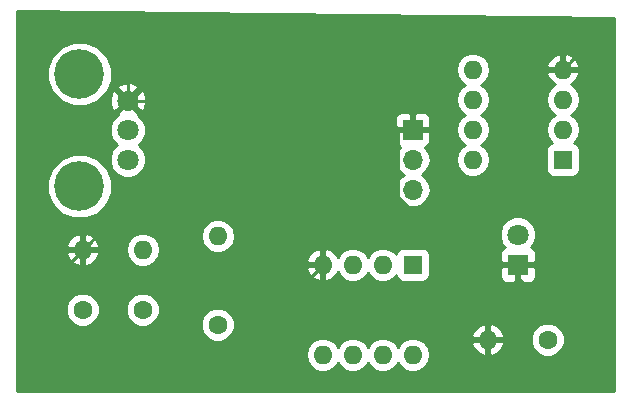
<source format=gbr>
G04 #@! TF.GenerationSoftware,KiCad,Pcbnew,(5.0.0-3-g5ebb6b6)*
G04 #@! TF.CreationDate,2018-09-05T20:54:59-07:00*
G04 #@! TF.ProjectId,Light Sensor with TH,4C696768742053656E736F7220776974,rev?*
G04 #@! TF.SameCoordinates,Original*
G04 #@! TF.FileFunction,Copper,L2,Bot,Signal*
G04 #@! TF.FilePolarity,Positive*
%FSLAX46Y46*%
G04 Gerber Fmt 4.6, Leading zero omitted, Abs format (unit mm)*
G04 Created by KiCad (PCBNEW (5.0.0-3-g5ebb6b6)) date Wednesday, September 05, 2018 at 08:54:59 PM*
%MOMM*%
%LPD*%
G01*
G04 APERTURE LIST*
G04 #@! TA.AperFunction,ComponentPad*
%ADD10C,1.600000*%
G04 #@! TD*
G04 #@! TA.AperFunction,ComponentPad*
%ADD11O,1.600000X1.600000*%
G04 #@! TD*
G04 #@! TA.AperFunction,ComponentPad*
%ADD12R,1.700000X1.700000*%
G04 #@! TD*
G04 #@! TA.AperFunction,ComponentPad*
%ADD13O,1.700000X1.700000*%
G04 #@! TD*
G04 #@! TA.AperFunction,ComponentPad*
%ADD14R,1.800000X1.800000*%
G04 #@! TD*
G04 #@! TA.AperFunction,ComponentPad*
%ADD15C,1.800000*%
G04 #@! TD*
G04 #@! TA.AperFunction,ComponentPad*
%ADD16R,1.600000X1.600000*%
G04 #@! TD*
G04 #@! TA.AperFunction,ComponentPad*
%ADD17C,4.200000*%
G04 #@! TD*
G04 #@! TA.AperFunction,ViaPad*
%ADD18C,0.800000*%
G04 #@! TD*
G04 #@! TA.AperFunction,Conductor*
%ADD19C,0.250000*%
G04 #@! TD*
G04 #@! TA.AperFunction,Conductor*
%ADD20C,0.254000*%
G04 #@! TD*
G04 APERTURE END LIST*
D10*
G04 #@! TO.P,C1,1*
G04 #@! TO.N,Net-(C1-Pad1)*
X143510000Y-101600000D03*
D11*
G04 #@! TO.P,C1,2*
G04 #@! TO.N,Net-(C1-Pad2)*
X143510000Y-94100000D03*
G04 #@! TD*
D12*
G04 #@! TO.P,J1,1*
G04 #@! TO.N,GND*
X160020000Y-85090000D03*
D13*
G04 #@! TO.P,J1,2*
G04 #@! TO.N,Net-(J1-Pad2)*
X160020000Y-87630000D03*
G04 #@! TO.P,J1,3*
G04 #@! TO.N,+3V3*
X160020000Y-90170000D03*
G04 #@! TD*
D14*
G04 #@! TO.P,D1,1*
G04 #@! TO.N,GND*
X168910000Y-96520000D03*
D15*
G04 #@! TO.P,D1,2*
G04 #@! TO.N,Net-(D1-Pad2)*
X168910000Y-93980000D03*
G04 #@! TD*
D11*
G04 #@! TO.P,U2,8*
G04 #@! TO.N,+3V3*
X165100000Y-87630000D03*
G04 #@! TO.P,U2,4*
G04 #@! TO.N,GND*
X172720000Y-80010000D03*
G04 #@! TO.P,U2,7*
G04 #@! TO.N,N/C*
X165100000Y-85090000D03*
G04 #@! TO.P,U2,3*
X172720000Y-82550000D03*
G04 #@! TO.P,U2,6*
X165100000Y-82550000D03*
G04 #@! TO.P,U2,2*
X172720000Y-85090000D03*
G04 #@! TO.P,U2,5*
X165100000Y-80010000D03*
D16*
G04 #@! TO.P,U2,1*
X172720000Y-87630000D03*
G04 #@! TD*
G04 #@! TO.P,U1,1*
G04 #@! TO.N,Net-(C1-Pad1)*
X160020000Y-96520000D03*
D11*
G04 #@! TO.P,U1,5*
X152400000Y-104140000D03*
G04 #@! TO.P,U1,2*
G04 #@! TO.N,Net-(C1-Pad2)*
X157480000Y-96520000D03*
G04 #@! TO.P,U1,6*
G04 #@! TO.N,Net-(RV1-Pad2)*
X154940000Y-104140000D03*
G04 #@! TO.P,U1,3*
G04 #@! TO.N,Net-(D1-Pad2)*
X154940000Y-96520000D03*
G04 #@! TO.P,U1,7*
G04 #@! TO.N,Net-(U1-Pad7)*
X157480000Y-104140000D03*
G04 #@! TO.P,U1,4*
G04 #@! TO.N,GND*
X152400000Y-96520000D03*
G04 #@! TO.P,U1,8*
G04 #@! TO.N,+3V3*
X160020000Y-104140000D03*
G04 #@! TD*
D15*
G04 #@! TO.P,RV1,3*
G04 #@! TO.N,GND*
X135890000Y-82630000D03*
G04 #@! TO.P,RV1,2*
G04 #@! TO.N,Net-(RV1-Pad2)*
X135890000Y-85130000D03*
G04 #@! TO.P,RV1,1*
G04 #@! TO.N,+3V3*
X135890000Y-87630000D03*
D17*
G04 #@! TO.P,RV1,*
G04 #@! TO.N,*
X131790000Y-80380000D03*
X131790000Y-89880000D03*
G04 #@! TD*
D10*
G04 #@! TO.P,R3,1*
G04 #@! TO.N,Net-(C1-Pad1)*
X137160000Y-100330000D03*
D11*
G04 #@! TO.P,R3,2*
G04 #@! TO.N,Net-(C1-Pad2)*
X137160000Y-95250000D03*
G04 #@! TD*
G04 #@! TO.P,R2,2*
G04 #@! TO.N,GND*
X166370000Y-102870000D03*
D10*
G04 #@! TO.P,R2,1*
G04 #@! TO.N,Net-(D1-Pad2)*
X171450000Y-102870000D03*
G04 #@! TD*
G04 #@! TO.P,R1,1*
G04 #@! TO.N,Net-(C1-Pad2)*
X132080000Y-100330000D03*
D11*
G04 #@! TO.P,R1,2*
G04 #@! TO.N,GND*
X132080000Y-95250000D03*
G04 #@! TD*
D18*
G04 #@! TO.N,GND*
X175260000Y-77470000D03*
X175260000Y-106680000D03*
X128270000Y-106680000D03*
X128270000Y-77470000D03*
G04 #@! TD*
D19*
G04 #@! TO.N,GND*
X135890000Y-82630000D02*
X135890000Y-77470000D01*
X135890000Y-77470000D02*
X133985000Y-75565000D01*
X130175000Y-75565000D02*
X128270000Y-77470000D01*
X133985000Y-75565000D02*
X130175000Y-75565000D01*
X128270000Y-99060000D02*
X128270000Y-106680000D01*
X132080000Y-95250000D02*
X128270000Y-99060000D01*
X173519999Y-79210001D02*
X175260000Y-77470000D01*
X172720000Y-80010000D02*
X173519999Y-79210001D01*
X160020000Y-85090000D02*
X160020000Y-79375000D01*
X161925000Y-77470000D02*
X175260000Y-77470000D01*
X160020000Y-79375000D02*
X161925000Y-77470000D01*
X175260000Y-106114315D02*
X175260000Y-106680000D01*
X175260000Y-104020000D02*
X175260000Y-106114315D01*
X168910000Y-97670000D02*
X175260000Y-104020000D01*
X168910000Y-96520000D02*
X168910000Y-97670000D01*
X174694315Y-106680000D02*
X175260000Y-106680000D01*
X169048630Y-106680000D02*
X174694315Y-106680000D01*
X166370000Y-104001370D02*
X169048630Y-106680000D01*
X166370000Y-102870000D02*
X166370000Y-104001370D01*
X128835685Y-106680000D02*
X128270000Y-106680000D01*
X142240000Y-106680000D02*
X128835685Y-106680000D01*
X152400000Y-96520000D02*
X142240000Y-106680000D01*
X135890000Y-82630000D02*
X137875000Y-82630000D01*
X137875000Y-89455000D02*
X132080000Y-95250000D01*
X137875000Y-82630000D02*
X137875000Y-89455000D01*
X152400000Y-91610000D02*
X158920000Y-85090000D01*
X152400000Y-96520000D02*
X152400000Y-91610000D01*
X164551078Y-96520000D02*
X167760000Y-96520000D01*
X158790999Y-90759921D02*
X164551078Y-96520000D01*
X158790999Y-85219001D02*
X158790999Y-90759921D01*
X158920000Y-85090000D02*
X158790999Y-85219001D01*
X167760000Y-96520000D02*
X168910000Y-96520000D01*
X160020000Y-85090000D02*
X158920000Y-85090000D01*
G04 #@! TD*
D20*
G04 #@! TO.N,GND*
G36*
X177065001Y-75656091D02*
X177065000Y-107215000D01*
X126465000Y-107215000D01*
X126465000Y-104140000D01*
X150936887Y-104140000D01*
X151048260Y-104699909D01*
X151365423Y-105174577D01*
X151840091Y-105491740D01*
X152258667Y-105575000D01*
X152541333Y-105575000D01*
X152959909Y-105491740D01*
X153434577Y-105174577D01*
X153670000Y-104822242D01*
X153905423Y-105174577D01*
X154380091Y-105491740D01*
X154798667Y-105575000D01*
X155081333Y-105575000D01*
X155499909Y-105491740D01*
X155974577Y-105174577D01*
X156210000Y-104822242D01*
X156445423Y-105174577D01*
X156920091Y-105491740D01*
X157338667Y-105575000D01*
X157621333Y-105575000D01*
X158039909Y-105491740D01*
X158514577Y-105174577D01*
X158750000Y-104822242D01*
X158985423Y-105174577D01*
X159460091Y-105491740D01*
X159878667Y-105575000D01*
X160161333Y-105575000D01*
X160579909Y-105491740D01*
X161054577Y-105174577D01*
X161371740Y-104699909D01*
X161483113Y-104140000D01*
X161371740Y-103580091D01*
X161130493Y-103219039D01*
X164978096Y-103219039D01*
X165138959Y-103607423D01*
X165514866Y-104022389D01*
X166020959Y-104261914D01*
X166243000Y-104140629D01*
X166243000Y-102997000D01*
X166497000Y-102997000D01*
X166497000Y-104140629D01*
X166719041Y-104261914D01*
X167225134Y-104022389D01*
X167601041Y-103607423D01*
X167761904Y-103219039D01*
X167639915Y-102997000D01*
X166497000Y-102997000D01*
X166243000Y-102997000D01*
X165100085Y-102997000D01*
X164978096Y-103219039D01*
X161130493Y-103219039D01*
X161054577Y-103105423D01*
X160579909Y-102788260D01*
X160161333Y-102705000D01*
X159878667Y-102705000D01*
X159460091Y-102788260D01*
X158985423Y-103105423D01*
X158750000Y-103457758D01*
X158514577Y-103105423D01*
X158039909Y-102788260D01*
X157621333Y-102705000D01*
X157338667Y-102705000D01*
X156920091Y-102788260D01*
X156445423Y-103105423D01*
X156210000Y-103457758D01*
X155974577Y-103105423D01*
X155499909Y-102788260D01*
X155081333Y-102705000D01*
X154798667Y-102705000D01*
X154380091Y-102788260D01*
X153905423Y-103105423D01*
X153670000Y-103457758D01*
X153434577Y-103105423D01*
X152959909Y-102788260D01*
X152541333Y-102705000D01*
X152258667Y-102705000D01*
X151840091Y-102788260D01*
X151365423Y-103105423D01*
X151048260Y-103580091D01*
X150936887Y-104140000D01*
X126465000Y-104140000D01*
X126465000Y-100044561D01*
X130645000Y-100044561D01*
X130645000Y-100615439D01*
X130863466Y-101142862D01*
X131267138Y-101546534D01*
X131794561Y-101765000D01*
X132365439Y-101765000D01*
X132892862Y-101546534D01*
X133296534Y-101142862D01*
X133515000Y-100615439D01*
X133515000Y-100044561D01*
X135725000Y-100044561D01*
X135725000Y-100615439D01*
X135943466Y-101142862D01*
X136347138Y-101546534D01*
X136874561Y-101765000D01*
X137445439Y-101765000D01*
X137972862Y-101546534D01*
X138204835Y-101314561D01*
X142075000Y-101314561D01*
X142075000Y-101885439D01*
X142293466Y-102412862D01*
X142697138Y-102816534D01*
X143224561Y-103035000D01*
X143795439Y-103035000D01*
X144322862Y-102816534D01*
X144618435Y-102520961D01*
X164978096Y-102520961D01*
X165100085Y-102743000D01*
X166243000Y-102743000D01*
X166243000Y-101599371D01*
X166497000Y-101599371D01*
X166497000Y-102743000D01*
X167639915Y-102743000D01*
X167726961Y-102584561D01*
X170015000Y-102584561D01*
X170015000Y-103155439D01*
X170233466Y-103682862D01*
X170637138Y-104086534D01*
X171164561Y-104305000D01*
X171735439Y-104305000D01*
X172262862Y-104086534D01*
X172666534Y-103682862D01*
X172885000Y-103155439D01*
X172885000Y-102584561D01*
X172666534Y-102057138D01*
X172262862Y-101653466D01*
X171735439Y-101435000D01*
X171164561Y-101435000D01*
X170637138Y-101653466D01*
X170233466Y-102057138D01*
X170015000Y-102584561D01*
X167726961Y-102584561D01*
X167761904Y-102520961D01*
X167601041Y-102132577D01*
X167225134Y-101717611D01*
X166719041Y-101478086D01*
X166497000Y-101599371D01*
X166243000Y-101599371D01*
X166020959Y-101478086D01*
X165514866Y-101717611D01*
X165138959Y-102132577D01*
X164978096Y-102520961D01*
X144618435Y-102520961D01*
X144726534Y-102412862D01*
X144945000Y-101885439D01*
X144945000Y-101314561D01*
X144726534Y-100787138D01*
X144322862Y-100383466D01*
X143795439Y-100165000D01*
X143224561Y-100165000D01*
X142697138Y-100383466D01*
X142293466Y-100787138D01*
X142075000Y-101314561D01*
X138204835Y-101314561D01*
X138376534Y-101142862D01*
X138595000Y-100615439D01*
X138595000Y-100044561D01*
X138376534Y-99517138D01*
X137972862Y-99113466D01*
X137445439Y-98895000D01*
X136874561Y-98895000D01*
X136347138Y-99113466D01*
X135943466Y-99517138D01*
X135725000Y-100044561D01*
X133515000Y-100044561D01*
X133296534Y-99517138D01*
X132892862Y-99113466D01*
X132365439Y-98895000D01*
X131794561Y-98895000D01*
X131267138Y-99113466D01*
X130863466Y-99517138D01*
X130645000Y-100044561D01*
X126465000Y-100044561D01*
X126465000Y-96869041D01*
X151008086Y-96869041D01*
X151247611Y-97375134D01*
X151662577Y-97751041D01*
X152050961Y-97911904D01*
X152273000Y-97789915D01*
X152273000Y-96647000D01*
X151129371Y-96647000D01*
X151008086Y-96869041D01*
X126465000Y-96869041D01*
X126465000Y-95599041D01*
X130688086Y-95599041D01*
X130927611Y-96105134D01*
X131342577Y-96481041D01*
X131730961Y-96641904D01*
X131953000Y-96519915D01*
X131953000Y-95377000D01*
X132207000Y-95377000D01*
X132207000Y-96519915D01*
X132429039Y-96641904D01*
X132817423Y-96481041D01*
X133232389Y-96105134D01*
X133471914Y-95599041D01*
X133350629Y-95377000D01*
X132207000Y-95377000D01*
X131953000Y-95377000D01*
X130809371Y-95377000D01*
X130688086Y-95599041D01*
X126465000Y-95599041D01*
X126465000Y-95250000D01*
X135696887Y-95250000D01*
X135808260Y-95809909D01*
X136125423Y-96284577D01*
X136600091Y-96601740D01*
X137018667Y-96685000D01*
X137301333Y-96685000D01*
X137719909Y-96601740D01*
X138194577Y-96284577D01*
X138270494Y-96170959D01*
X151008086Y-96170959D01*
X151129371Y-96393000D01*
X152273000Y-96393000D01*
X152273000Y-95250085D01*
X152527000Y-95250085D01*
X152527000Y-96393000D01*
X152547000Y-96393000D01*
X152547000Y-96647000D01*
X152527000Y-96647000D01*
X152527000Y-97789915D01*
X152749039Y-97911904D01*
X153137423Y-97751041D01*
X153552389Y-97375134D01*
X153649053Y-97170892D01*
X153905423Y-97554577D01*
X154380091Y-97871740D01*
X154798667Y-97955000D01*
X155081333Y-97955000D01*
X155499909Y-97871740D01*
X155974577Y-97554577D01*
X156210000Y-97202242D01*
X156445423Y-97554577D01*
X156920091Y-97871740D01*
X157338667Y-97955000D01*
X157621333Y-97955000D01*
X158039909Y-97871740D01*
X158514577Y-97554577D01*
X158595215Y-97433894D01*
X158621843Y-97567765D01*
X158762191Y-97777809D01*
X158972235Y-97918157D01*
X159220000Y-97967440D01*
X160820000Y-97967440D01*
X161067765Y-97918157D01*
X161277809Y-97777809D01*
X161418157Y-97567765D01*
X161467440Y-97320000D01*
X161467440Y-96805750D01*
X167375000Y-96805750D01*
X167375000Y-97546309D01*
X167471673Y-97779698D01*
X167650301Y-97958327D01*
X167883690Y-98055000D01*
X168624250Y-98055000D01*
X168783000Y-97896250D01*
X168783000Y-96647000D01*
X169037000Y-96647000D01*
X169037000Y-97896250D01*
X169195750Y-98055000D01*
X169936310Y-98055000D01*
X170169699Y-97958327D01*
X170348327Y-97779698D01*
X170445000Y-97546309D01*
X170445000Y-96805750D01*
X170286250Y-96647000D01*
X169037000Y-96647000D01*
X168783000Y-96647000D01*
X167533750Y-96647000D01*
X167375000Y-96805750D01*
X161467440Y-96805750D01*
X161467440Y-95720000D01*
X161418157Y-95472235D01*
X161277809Y-95262191D01*
X161067765Y-95121843D01*
X160820000Y-95072560D01*
X159220000Y-95072560D01*
X158972235Y-95121843D01*
X158762191Y-95262191D01*
X158621843Y-95472235D01*
X158595215Y-95606106D01*
X158514577Y-95485423D01*
X158039909Y-95168260D01*
X157621333Y-95085000D01*
X157338667Y-95085000D01*
X156920091Y-95168260D01*
X156445423Y-95485423D01*
X156210000Y-95837758D01*
X155974577Y-95485423D01*
X155499909Y-95168260D01*
X155081333Y-95085000D01*
X154798667Y-95085000D01*
X154380091Y-95168260D01*
X153905423Y-95485423D01*
X153649053Y-95869108D01*
X153552389Y-95664866D01*
X153137423Y-95288959D01*
X152749039Y-95128096D01*
X152527000Y-95250085D01*
X152273000Y-95250085D01*
X152050961Y-95128096D01*
X151662577Y-95288959D01*
X151247611Y-95664866D01*
X151008086Y-96170959D01*
X138270494Y-96170959D01*
X138511740Y-95809909D01*
X138623113Y-95250000D01*
X138511740Y-94690091D01*
X138194577Y-94215423D01*
X138021835Y-94100000D01*
X142046887Y-94100000D01*
X142158260Y-94659909D01*
X142475423Y-95134577D01*
X142950091Y-95451740D01*
X143368667Y-95535000D01*
X143651333Y-95535000D01*
X144069909Y-95451740D01*
X144544577Y-95134577D01*
X144861740Y-94659909D01*
X144973113Y-94100000D01*
X144888510Y-93674670D01*
X167375000Y-93674670D01*
X167375000Y-94285330D01*
X167608690Y-94849507D01*
X167785044Y-95025861D01*
X167650301Y-95081673D01*
X167471673Y-95260302D01*
X167375000Y-95493691D01*
X167375000Y-96234250D01*
X167533750Y-96393000D01*
X168783000Y-96393000D01*
X168783000Y-96373000D01*
X169037000Y-96373000D01*
X169037000Y-96393000D01*
X170286250Y-96393000D01*
X170445000Y-96234250D01*
X170445000Y-95493691D01*
X170348327Y-95260302D01*
X170169699Y-95081673D01*
X170034956Y-95025861D01*
X170211310Y-94849507D01*
X170445000Y-94285330D01*
X170445000Y-93674670D01*
X170211310Y-93110493D01*
X169779507Y-92678690D01*
X169215330Y-92445000D01*
X168604670Y-92445000D01*
X168040493Y-92678690D01*
X167608690Y-93110493D01*
X167375000Y-93674670D01*
X144888510Y-93674670D01*
X144861740Y-93540091D01*
X144544577Y-93065423D01*
X144069909Y-92748260D01*
X143651333Y-92665000D01*
X143368667Y-92665000D01*
X142950091Y-92748260D01*
X142475423Y-93065423D01*
X142158260Y-93540091D01*
X142046887Y-94100000D01*
X138021835Y-94100000D01*
X137719909Y-93898260D01*
X137301333Y-93815000D01*
X137018667Y-93815000D01*
X136600091Y-93898260D01*
X136125423Y-94215423D01*
X135808260Y-94690091D01*
X135696887Y-95250000D01*
X126465000Y-95250000D01*
X126465000Y-94900959D01*
X130688086Y-94900959D01*
X130809371Y-95123000D01*
X131953000Y-95123000D01*
X131953000Y-93980085D01*
X132207000Y-93980085D01*
X132207000Y-95123000D01*
X133350629Y-95123000D01*
X133471914Y-94900959D01*
X133232389Y-94394866D01*
X132817423Y-94018959D01*
X132429039Y-93858096D01*
X132207000Y-93980085D01*
X131953000Y-93980085D01*
X131730961Y-93858096D01*
X131342577Y-94018959D01*
X130927611Y-94394866D01*
X130688086Y-94900959D01*
X126465000Y-94900959D01*
X126465000Y-89335975D01*
X129055000Y-89335975D01*
X129055000Y-90424025D01*
X129471379Y-91429253D01*
X130240747Y-92198621D01*
X131245975Y-92615000D01*
X132334025Y-92615000D01*
X133339253Y-92198621D01*
X134108621Y-91429253D01*
X134525000Y-90424025D01*
X134525000Y-89335975D01*
X134108621Y-88330747D01*
X133339253Y-87561379D01*
X132334025Y-87145000D01*
X131245975Y-87145000D01*
X130240747Y-87561379D01*
X129471379Y-88330747D01*
X129055000Y-89335975D01*
X126465000Y-89335975D01*
X126465000Y-84824670D01*
X134355000Y-84824670D01*
X134355000Y-85435330D01*
X134588690Y-85999507D01*
X134969183Y-86380000D01*
X134588690Y-86760493D01*
X134355000Y-87324670D01*
X134355000Y-87935330D01*
X134588690Y-88499507D01*
X135020493Y-88931310D01*
X135584670Y-89165000D01*
X136195330Y-89165000D01*
X136759507Y-88931310D01*
X137191310Y-88499507D01*
X137425000Y-87935330D01*
X137425000Y-87630000D01*
X158505908Y-87630000D01*
X158621161Y-88209418D01*
X158949375Y-88700625D01*
X159247761Y-88900000D01*
X158949375Y-89099375D01*
X158621161Y-89590582D01*
X158505908Y-90170000D01*
X158621161Y-90749418D01*
X158949375Y-91240625D01*
X159440582Y-91568839D01*
X159873744Y-91655000D01*
X160166256Y-91655000D01*
X160599418Y-91568839D01*
X161090625Y-91240625D01*
X161418839Y-90749418D01*
X161534092Y-90170000D01*
X161418839Y-89590582D01*
X161090625Y-89099375D01*
X160792239Y-88900000D01*
X161090625Y-88700625D01*
X161418839Y-88209418D01*
X161534092Y-87630000D01*
X161418839Y-87050582D01*
X161090625Y-86559375D01*
X161068967Y-86544904D01*
X161229698Y-86478327D01*
X161408327Y-86299699D01*
X161505000Y-86066310D01*
X161505000Y-85375750D01*
X161346250Y-85217000D01*
X160147000Y-85217000D01*
X160147000Y-85237000D01*
X159893000Y-85237000D01*
X159893000Y-85217000D01*
X158693750Y-85217000D01*
X158535000Y-85375750D01*
X158535000Y-86066310D01*
X158631673Y-86299699D01*
X158810302Y-86478327D01*
X158971033Y-86544904D01*
X158949375Y-86559375D01*
X158621161Y-87050582D01*
X158505908Y-87630000D01*
X137425000Y-87630000D01*
X137425000Y-87324670D01*
X137191310Y-86760493D01*
X136810817Y-86380000D01*
X137191310Y-85999507D01*
X137425000Y-85435330D01*
X137425000Y-84824670D01*
X137191310Y-84260493D01*
X137044507Y-84113690D01*
X158535000Y-84113690D01*
X158535000Y-84804250D01*
X158693750Y-84963000D01*
X159893000Y-84963000D01*
X159893000Y-83763750D01*
X160147000Y-83763750D01*
X160147000Y-84963000D01*
X161346250Y-84963000D01*
X161505000Y-84804250D01*
X161505000Y-84113690D01*
X161408327Y-83880301D01*
X161229698Y-83701673D01*
X160996309Y-83605000D01*
X160305750Y-83605000D01*
X160147000Y-83763750D01*
X159893000Y-83763750D01*
X159734250Y-83605000D01*
X159043691Y-83605000D01*
X158810302Y-83701673D01*
X158631673Y-83880301D01*
X158535000Y-84113690D01*
X137044507Y-84113690D01*
X136759507Y-83828690D01*
X136751710Y-83825461D01*
X136790554Y-83710159D01*
X135890000Y-82809605D01*
X134989446Y-83710159D01*
X135028290Y-83825461D01*
X135020493Y-83828690D01*
X134588690Y-84260493D01*
X134355000Y-84824670D01*
X126465000Y-84824670D01*
X126465000Y-79835975D01*
X129055000Y-79835975D01*
X129055000Y-80924025D01*
X129471379Y-81929253D01*
X130240747Y-82698621D01*
X131245975Y-83115000D01*
X132334025Y-83115000D01*
X133339253Y-82698621D01*
X133648538Y-82389336D01*
X134343542Y-82389336D01*
X134369161Y-82999460D01*
X134553357Y-83444148D01*
X134809841Y-83530554D01*
X135710395Y-82630000D01*
X136069605Y-82630000D01*
X136970159Y-83530554D01*
X137226643Y-83444148D01*
X137436458Y-82870664D01*
X137410839Y-82260540D01*
X137226643Y-81815852D01*
X136970159Y-81729446D01*
X136069605Y-82630000D01*
X135710395Y-82630000D01*
X134809841Y-81729446D01*
X134553357Y-81815852D01*
X134343542Y-82389336D01*
X133648538Y-82389336D01*
X134108621Y-81929253D01*
X134265778Y-81549841D01*
X134989446Y-81549841D01*
X135890000Y-82450395D01*
X136790554Y-81549841D01*
X136704148Y-81293357D01*
X136130664Y-81083542D01*
X135520540Y-81109161D01*
X135075852Y-81293357D01*
X134989446Y-81549841D01*
X134265778Y-81549841D01*
X134525000Y-80924025D01*
X134525000Y-80010000D01*
X163636887Y-80010000D01*
X163748260Y-80569909D01*
X164065423Y-81044577D01*
X164417758Y-81280000D01*
X164065423Y-81515423D01*
X163748260Y-81990091D01*
X163636887Y-82550000D01*
X163748260Y-83109909D01*
X164065423Y-83584577D01*
X164417758Y-83820000D01*
X164065423Y-84055423D01*
X163748260Y-84530091D01*
X163636887Y-85090000D01*
X163748260Y-85649909D01*
X164065423Y-86124577D01*
X164417758Y-86360000D01*
X164065423Y-86595423D01*
X163748260Y-87070091D01*
X163636887Y-87630000D01*
X163748260Y-88189909D01*
X164065423Y-88664577D01*
X164540091Y-88981740D01*
X164958667Y-89065000D01*
X165241333Y-89065000D01*
X165659909Y-88981740D01*
X166134577Y-88664577D01*
X166451740Y-88189909D01*
X166563113Y-87630000D01*
X166451740Y-87070091D01*
X166134577Y-86595423D01*
X165782242Y-86360000D01*
X166134577Y-86124577D01*
X166451740Y-85649909D01*
X166563113Y-85090000D01*
X166451740Y-84530091D01*
X166134577Y-84055423D01*
X165782242Y-83820000D01*
X166134577Y-83584577D01*
X166451740Y-83109909D01*
X166563113Y-82550000D01*
X171256887Y-82550000D01*
X171368260Y-83109909D01*
X171685423Y-83584577D01*
X172037758Y-83820000D01*
X171685423Y-84055423D01*
X171368260Y-84530091D01*
X171256887Y-85090000D01*
X171368260Y-85649909D01*
X171685423Y-86124577D01*
X171806106Y-86205215D01*
X171672235Y-86231843D01*
X171462191Y-86372191D01*
X171321843Y-86582235D01*
X171272560Y-86830000D01*
X171272560Y-88430000D01*
X171321843Y-88677765D01*
X171462191Y-88887809D01*
X171672235Y-89028157D01*
X171920000Y-89077440D01*
X173520000Y-89077440D01*
X173767765Y-89028157D01*
X173977809Y-88887809D01*
X174118157Y-88677765D01*
X174167440Y-88430000D01*
X174167440Y-86830000D01*
X174118157Y-86582235D01*
X173977809Y-86372191D01*
X173767765Y-86231843D01*
X173633894Y-86205215D01*
X173754577Y-86124577D01*
X174071740Y-85649909D01*
X174183113Y-85090000D01*
X174071740Y-84530091D01*
X173754577Y-84055423D01*
X173402242Y-83820000D01*
X173754577Y-83584577D01*
X174071740Y-83109909D01*
X174183113Y-82550000D01*
X174071740Y-81990091D01*
X173754577Y-81515423D01*
X173370892Y-81259053D01*
X173575134Y-81162389D01*
X173951041Y-80747423D01*
X174111904Y-80359039D01*
X173989915Y-80137000D01*
X172847000Y-80137000D01*
X172847000Y-80157000D01*
X172593000Y-80157000D01*
X172593000Y-80137000D01*
X171450085Y-80137000D01*
X171328096Y-80359039D01*
X171488959Y-80747423D01*
X171864866Y-81162389D01*
X172069108Y-81259053D01*
X171685423Y-81515423D01*
X171368260Y-81990091D01*
X171256887Y-82550000D01*
X166563113Y-82550000D01*
X166451740Y-81990091D01*
X166134577Y-81515423D01*
X165782242Y-81280000D01*
X166134577Y-81044577D01*
X166451740Y-80569909D01*
X166563113Y-80010000D01*
X166493685Y-79660961D01*
X171328096Y-79660961D01*
X171450085Y-79883000D01*
X172593000Y-79883000D01*
X172593000Y-78739371D01*
X172847000Y-78739371D01*
X172847000Y-79883000D01*
X173989915Y-79883000D01*
X174111904Y-79660961D01*
X173951041Y-79272577D01*
X173575134Y-78857611D01*
X173069041Y-78618086D01*
X172847000Y-78739371D01*
X172593000Y-78739371D01*
X172370959Y-78618086D01*
X171864866Y-78857611D01*
X171488959Y-79272577D01*
X171328096Y-79660961D01*
X166493685Y-79660961D01*
X166451740Y-79450091D01*
X166134577Y-78975423D01*
X165659909Y-78658260D01*
X165241333Y-78575000D01*
X164958667Y-78575000D01*
X164540091Y-78658260D01*
X164065423Y-78975423D01*
X163748260Y-79450091D01*
X163636887Y-80010000D01*
X134525000Y-80010000D01*
X134525000Y-79835975D01*
X134108621Y-78830747D01*
X133339253Y-78061379D01*
X132334025Y-77645000D01*
X131245975Y-77645000D01*
X130240747Y-78061379D01*
X129471379Y-78830747D01*
X129055000Y-79835975D01*
X126465000Y-79835975D01*
X126465000Y-75039017D01*
X177065001Y-75656091D01*
X177065001Y-75656091D01*
G37*
X177065001Y-75656091D02*
X177065000Y-107215000D01*
X126465000Y-107215000D01*
X126465000Y-104140000D01*
X150936887Y-104140000D01*
X151048260Y-104699909D01*
X151365423Y-105174577D01*
X151840091Y-105491740D01*
X152258667Y-105575000D01*
X152541333Y-105575000D01*
X152959909Y-105491740D01*
X153434577Y-105174577D01*
X153670000Y-104822242D01*
X153905423Y-105174577D01*
X154380091Y-105491740D01*
X154798667Y-105575000D01*
X155081333Y-105575000D01*
X155499909Y-105491740D01*
X155974577Y-105174577D01*
X156210000Y-104822242D01*
X156445423Y-105174577D01*
X156920091Y-105491740D01*
X157338667Y-105575000D01*
X157621333Y-105575000D01*
X158039909Y-105491740D01*
X158514577Y-105174577D01*
X158750000Y-104822242D01*
X158985423Y-105174577D01*
X159460091Y-105491740D01*
X159878667Y-105575000D01*
X160161333Y-105575000D01*
X160579909Y-105491740D01*
X161054577Y-105174577D01*
X161371740Y-104699909D01*
X161483113Y-104140000D01*
X161371740Y-103580091D01*
X161130493Y-103219039D01*
X164978096Y-103219039D01*
X165138959Y-103607423D01*
X165514866Y-104022389D01*
X166020959Y-104261914D01*
X166243000Y-104140629D01*
X166243000Y-102997000D01*
X166497000Y-102997000D01*
X166497000Y-104140629D01*
X166719041Y-104261914D01*
X167225134Y-104022389D01*
X167601041Y-103607423D01*
X167761904Y-103219039D01*
X167639915Y-102997000D01*
X166497000Y-102997000D01*
X166243000Y-102997000D01*
X165100085Y-102997000D01*
X164978096Y-103219039D01*
X161130493Y-103219039D01*
X161054577Y-103105423D01*
X160579909Y-102788260D01*
X160161333Y-102705000D01*
X159878667Y-102705000D01*
X159460091Y-102788260D01*
X158985423Y-103105423D01*
X158750000Y-103457758D01*
X158514577Y-103105423D01*
X158039909Y-102788260D01*
X157621333Y-102705000D01*
X157338667Y-102705000D01*
X156920091Y-102788260D01*
X156445423Y-103105423D01*
X156210000Y-103457758D01*
X155974577Y-103105423D01*
X155499909Y-102788260D01*
X155081333Y-102705000D01*
X154798667Y-102705000D01*
X154380091Y-102788260D01*
X153905423Y-103105423D01*
X153670000Y-103457758D01*
X153434577Y-103105423D01*
X152959909Y-102788260D01*
X152541333Y-102705000D01*
X152258667Y-102705000D01*
X151840091Y-102788260D01*
X151365423Y-103105423D01*
X151048260Y-103580091D01*
X150936887Y-104140000D01*
X126465000Y-104140000D01*
X126465000Y-100044561D01*
X130645000Y-100044561D01*
X130645000Y-100615439D01*
X130863466Y-101142862D01*
X131267138Y-101546534D01*
X131794561Y-101765000D01*
X132365439Y-101765000D01*
X132892862Y-101546534D01*
X133296534Y-101142862D01*
X133515000Y-100615439D01*
X133515000Y-100044561D01*
X135725000Y-100044561D01*
X135725000Y-100615439D01*
X135943466Y-101142862D01*
X136347138Y-101546534D01*
X136874561Y-101765000D01*
X137445439Y-101765000D01*
X137972862Y-101546534D01*
X138204835Y-101314561D01*
X142075000Y-101314561D01*
X142075000Y-101885439D01*
X142293466Y-102412862D01*
X142697138Y-102816534D01*
X143224561Y-103035000D01*
X143795439Y-103035000D01*
X144322862Y-102816534D01*
X144618435Y-102520961D01*
X164978096Y-102520961D01*
X165100085Y-102743000D01*
X166243000Y-102743000D01*
X166243000Y-101599371D01*
X166497000Y-101599371D01*
X166497000Y-102743000D01*
X167639915Y-102743000D01*
X167726961Y-102584561D01*
X170015000Y-102584561D01*
X170015000Y-103155439D01*
X170233466Y-103682862D01*
X170637138Y-104086534D01*
X171164561Y-104305000D01*
X171735439Y-104305000D01*
X172262862Y-104086534D01*
X172666534Y-103682862D01*
X172885000Y-103155439D01*
X172885000Y-102584561D01*
X172666534Y-102057138D01*
X172262862Y-101653466D01*
X171735439Y-101435000D01*
X171164561Y-101435000D01*
X170637138Y-101653466D01*
X170233466Y-102057138D01*
X170015000Y-102584561D01*
X167726961Y-102584561D01*
X167761904Y-102520961D01*
X167601041Y-102132577D01*
X167225134Y-101717611D01*
X166719041Y-101478086D01*
X166497000Y-101599371D01*
X166243000Y-101599371D01*
X166020959Y-101478086D01*
X165514866Y-101717611D01*
X165138959Y-102132577D01*
X164978096Y-102520961D01*
X144618435Y-102520961D01*
X144726534Y-102412862D01*
X144945000Y-101885439D01*
X144945000Y-101314561D01*
X144726534Y-100787138D01*
X144322862Y-100383466D01*
X143795439Y-100165000D01*
X143224561Y-100165000D01*
X142697138Y-100383466D01*
X142293466Y-100787138D01*
X142075000Y-101314561D01*
X138204835Y-101314561D01*
X138376534Y-101142862D01*
X138595000Y-100615439D01*
X138595000Y-100044561D01*
X138376534Y-99517138D01*
X137972862Y-99113466D01*
X137445439Y-98895000D01*
X136874561Y-98895000D01*
X136347138Y-99113466D01*
X135943466Y-99517138D01*
X135725000Y-100044561D01*
X133515000Y-100044561D01*
X133296534Y-99517138D01*
X132892862Y-99113466D01*
X132365439Y-98895000D01*
X131794561Y-98895000D01*
X131267138Y-99113466D01*
X130863466Y-99517138D01*
X130645000Y-100044561D01*
X126465000Y-100044561D01*
X126465000Y-96869041D01*
X151008086Y-96869041D01*
X151247611Y-97375134D01*
X151662577Y-97751041D01*
X152050961Y-97911904D01*
X152273000Y-97789915D01*
X152273000Y-96647000D01*
X151129371Y-96647000D01*
X151008086Y-96869041D01*
X126465000Y-96869041D01*
X126465000Y-95599041D01*
X130688086Y-95599041D01*
X130927611Y-96105134D01*
X131342577Y-96481041D01*
X131730961Y-96641904D01*
X131953000Y-96519915D01*
X131953000Y-95377000D01*
X132207000Y-95377000D01*
X132207000Y-96519915D01*
X132429039Y-96641904D01*
X132817423Y-96481041D01*
X133232389Y-96105134D01*
X133471914Y-95599041D01*
X133350629Y-95377000D01*
X132207000Y-95377000D01*
X131953000Y-95377000D01*
X130809371Y-95377000D01*
X130688086Y-95599041D01*
X126465000Y-95599041D01*
X126465000Y-95250000D01*
X135696887Y-95250000D01*
X135808260Y-95809909D01*
X136125423Y-96284577D01*
X136600091Y-96601740D01*
X137018667Y-96685000D01*
X137301333Y-96685000D01*
X137719909Y-96601740D01*
X138194577Y-96284577D01*
X138270494Y-96170959D01*
X151008086Y-96170959D01*
X151129371Y-96393000D01*
X152273000Y-96393000D01*
X152273000Y-95250085D01*
X152527000Y-95250085D01*
X152527000Y-96393000D01*
X152547000Y-96393000D01*
X152547000Y-96647000D01*
X152527000Y-96647000D01*
X152527000Y-97789915D01*
X152749039Y-97911904D01*
X153137423Y-97751041D01*
X153552389Y-97375134D01*
X153649053Y-97170892D01*
X153905423Y-97554577D01*
X154380091Y-97871740D01*
X154798667Y-97955000D01*
X155081333Y-97955000D01*
X155499909Y-97871740D01*
X155974577Y-97554577D01*
X156210000Y-97202242D01*
X156445423Y-97554577D01*
X156920091Y-97871740D01*
X157338667Y-97955000D01*
X157621333Y-97955000D01*
X158039909Y-97871740D01*
X158514577Y-97554577D01*
X158595215Y-97433894D01*
X158621843Y-97567765D01*
X158762191Y-97777809D01*
X158972235Y-97918157D01*
X159220000Y-97967440D01*
X160820000Y-97967440D01*
X161067765Y-97918157D01*
X161277809Y-97777809D01*
X161418157Y-97567765D01*
X161467440Y-97320000D01*
X161467440Y-96805750D01*
X167375000Y-96805750D01*
X167375000Y-97546309D01*
X167471673Y-97779698D01*
X167650301Y-97958327D01*
X167883690Y-98055000D01*
X168624250Y-98055000D01*
X168783000Y-97896250D01*
X168783000Y-96647000D01*
X169037000Y-96647000D01*
X169037000Y-97896250D01*
X169195750Y-98055000D01*
X169936310Y-98055000D01*
X170169699Y-97958327D01*
X170348327Y-97779698D01*
X170445000Y-97546309D01*
X170445000Y-96805750D01*
X170286250Y-96647000D01*
X169037000Y-96647000D01*
X168783000Y-96647000D01*
X167533750Y-96647000D01*
X167375000Y-96805750D01*
X161467440Y-96805750D01*
X161467440Y-95720000D01*
X161418157Y-95472235D01*
X161277809Y-95262191D01*
X161067765Y-95121843D01*
X160820000Y-95072560D01*
X159220000Y-95072560D01*
X158972235Y-95121843D01*
X158762191Y-95262191D01*
X158621843Y-95472235D01*
X158595215Y-95606106D01*
X158514577Y-95485423D01*
X158039909Y-95168260D01*
X157621333Y-95085000D01*
X157338667Y-95085000D01*
X156920091Y-95168260D01*
X156445423Y-95485423D01*
X156210000Y-95837758D01*
X155974577Y-95485423D01*
X155499909Y-95168260D01*
X155081333Y-95085000D01*
X154798667Y-95085000D01*
X154380091Y-95168260D01*
X153905423Y-95485423D01*
X153649053Y-95869108D01*
X153552389Y-95664866D01*
X153137423Y-95288959D01*
X152749039Y-95128096D01*
X152527000Y-95250085D01*
X152273000Y-95250085D01*
X152050961Y-95128096D01*
X151662577Y-95288959D01*
X151247611Y-95664866D01*
X151008086Y-96170959D01*
X138270494Y-96170959D01*
X138511740Y-95809909D01*
X138623113Y-95250000D01*
X138511740Y-94690091D01*
X138194577Y-94215423D01*
X138021835Y-94100000D01*
X142046887Y-94100000D01*
X142158260Y-94659909D01*
X142475423Y-95134577D01*
X142950091Y-95451740D01*
X143368667Y-95535000D01*
X143651333Y-95535000D01*
X144069909Y-95451740D01*
X144544577Y-95134577D01*
X144861740Y-94659909D01*
X144973113Y-94100000D01*
X144888510Y-93674670D01*
X167375000Y-93674670D01*
X167375000Y-94285330D01*
X167608690Y-94849507D01*
X167785044Y-95025861D01*
X167650301Y-95081673D01*
X167471673Y-95260302D01*
X167375000Y-95493691D01*
X167375000Y-96234250D01*
X167533750Y-96393000D01*
X168783000Y-96393000D01*
X168783000Y-96373000D01*
X169037000Y-96373000D01*
X169037000Y-96393000D01*
X170286250Y-96393000D01*
X170445000Y-96234250D01*
X170445000Y-95493691D01*
X170348327Y-95260302D01*
X170169699Y-95081673D01*
X170034956Y-95025861D01*
X170211310Y-94849507D01*
X170445000Y-94285330D01*
X170445000Y-93674670D01*
X170211310Y-93110493D01*
X169779507Y-92678690D01*
X169215330Y-92445000D01*
X168604670Y-92445000D01*
X168040493Y-92678690D01*
X167608690Y-93110493D01*
X167375000Y-93674670D01*
X144888510Y-93674670D01*
X144861740Y-93540091D01*
X144544577Y-93065423D01*
X144069909Y-92748260D01*
X143651333Y-92665000D01*
X143368667Y-92665000D01*
X142950091Y-92748260D01*
X142475423Y-93065423D01*
X142158260Y-93540091D01*
X142046887Y-94100000D01*
X138021835Y-94100000D01*
X137719909Y-93898260D01*
X137301333Y-93815000D01*
X137018667Y-93815000D01*
X136600091Y-93898260D01*
X136125423Y-94215423D01*
X135808260Y-94690091D01*
X135696887Y-95250000D01*
X126465000Y-95250000D01*
X126465000Y-94900959D01*
X130688086Y-94900959D01*
X130809371Y-95123000D01*
X131953000Y-95123000D01*
X131953000Y-93980085D01*
X132207000Y-93980085D01*
X132207000Y-95123000D01*
X133350629Y-95123000D01*
X133471914Y-94900959D01*
X133232389Y-94394866D01*
X132817423Y-94018959D01*
X132429039Y-93858096D01*
X132207000Y-93980085D01*
X131953000Y-93980085D01*
X131730961Y-93858096D01*
X131342577Y-94018959D01*
X130927611Y-94394866D01*
X130688086Y-94900959D01*
X126465000Y-94900959D01*
X126465000Y-89335975D01*
X129055000Y-89335975D01*
X129055000Y-90424025D01*
X129471379Y-91429253D01*
X130240747Y-92198621D01*
X131245975Y-92615000D01*
X132334025Y-92615000D01*
X133339253Y-92198621D01*
X134108621Y-91429253D01*
X134525000Y-90424025D01*
X134525000Y-89335975D01*
X134108621Y-88330747D01*
X133339253Y-87561379D01*
X132334025Y-87145000D01*
X131245975Y-87145000D01*
X130240747Y-87561379D01*
X129471379Y-88330747D01*
X129055000Y-89335975D01*
X126465000Y-89335975D01*
X126465000Y-84824670D01*
X134355000Y-84824670D01*
X134355000Y-85435330D01*
X134588690Y-85999507D01*
X134969183Y-86380000D01*
X134588690Y-86760493D01*
X134355000Y-87324670D01*
X134355000Y-87935330D01*
X134588690Y-88499507D01*
X135020493Y-88931310D01*
X135584670Y-89165000D01*
X136195330Y-89165000D01*
X136759507Y-88931310D01*
X137191310Y-88499507D01*
X137425000Y-87935330D01*
X137425000Y-87630000D01*
X158505908Y-87630000D01*
X158621161Y-88209418D01*
X158949375Y-88700625D01*
X159247761Y-88900000D01*
X158949375Y-89099375D01*
X158621161Y-89590582D01*
X158505908Y-90170000D01*
X158621161Y-90749418D01*
X158949375Y-91240625D01*
X159440582Y-91568839D01*
X159873744Y-91655000D01*
X160166256Y-91655000D01*
X160599418Y-91568839D01*
X161090625Y-91240625D01*
X161418839Y-90749418D01*
X161534092Y-90170000D01*
X161418839Y-89590582D01*
X161090625Y-89099375D01*
X160792239Y-88900000D01*
X161090625Y-88700625D01*
X161418839Y-88209418D01*
X161534092Y-87630000D01*
X161418839Y-87050582D01*
X161090625Y-86559375D01*
X161068967Y-86544904D01*
X161229698Y-86478327D01*
X161408327Y-86299699D01*
X161505000Y-86066310D01*
X161505000Y-85375750D01*
X161346250Y-85217000D01*
X160147000Y-85217000D01*
X160147000Y-85237000D01*
X159893000Y-85237000D01*
X159893000Y-85217000D01*
X158693750Y-85217000D01*
X158535000Y-85375750D01*
X158535000Y-86066310D01*
X158631673Y-86299699D01*
X158810302Y-86478327D01*
X158971033Y-86544904D01*
X158949375Y-86559375D01*
X158621161Y-87050582D01*
X158505908Y-87630000D01*
X137425000Y-87630000D01*
X137425000Y-87324670D01*
X137191310Y-86760493D01*
X136810817Y-86380000D01*
X137191310Y-85999507D01*
X137425000Y-85435330D01*
X137425000Y-84824670D01*
X137191310Y-84260493D01*
X137044507Y-84113690D01*
X158535000Y-84113690D01*
X158535000Y-84804250D01*
X158693750Y-84963000D01*
X159893000Y-84963000D01*
X159893000Y-83763750D01*
X160147000Y-83763750D01*
X160147000Y-84963000D01*
X161346250Y-84963000D01*
X161505000Y-84804250D01*
X161505000Y-84113690D01*
X161408327Y-83880301D01*
X161229698Y-83701673D01*
X160996309Y-83605000D01*
X160305750Y-83605000D01*
X160147000Y-83763750D01*
X159893000Y-83763750D01*
X159734250Y-83605000D01*
X159043691Y-83605000D01*
X158810302Y-83701673D01*
X158631673Y-83880301D01*
X158535000Y-84113690D01*
X137044507Y-84113690D01*
X136759507Y-83828690D01*
X136751710Y-83825461D01*
X136790554Y-83710159D01*
X135890000Y-82809605D01*
X134989446Y-83710159D01*
X135028290Y-83825461D01*
X135020493Y-83828690D01*
X134588690Y-84260493D01*
X134355000Y-84824670D01*
X126465000Y-84824670D01*
X126465000Y-79835975D01*
X129055000Y-79835975D01*
X129055000Y-80924025D01*
X129471379Y-81929253D01*
X130240747Y-82698621D01*
X131245975Y-83115000D01*
X132334025Y-83115000D01*
X133339253Y-82698621D01*
X133648538Y-82389336D01*
X134343542Y-82389336D01*
X134369161Y-82999460D01*
X134553357Y-83444148D01*
X134809841Y-83530554D01*
X135710395Y-82630000D01*
X136069605Y-82630000D01*
X136970159Y-83530554D01*
X137226643Y-83444148D01*
X137436458Y-82870664D01*
X137410839Y-82260540D01*
X137226643Y-81815852D01*
X136970159Y-81729446D01*
X136069605Y-82630000D01*
X135710395Y-82630000D01*
X134809841Y-81729446D01*
X134553357Y-81815852D01*
X134343542Y-82389336D01*
X133648538Y-82389336D01*
X134108621Y-81929253D01*
X134265778Y-81549841D01*
X134989446Y-81549841D01*
X135890000Y-82450395D01*
X136790554Y-81549841D01*
X136704148Y-81293357D01*
X136130664Y-81083542D01*
X135520540Y-81109161D01*
X135075852Y-81293357D01*
X134989446Y-81549841D01*
X134265778Y-81549841D01*
X134525000Y-80924025D01*
X134525000Y-80010000D01*
X163636887Y-80010000D01*
X163748260Y-80569909D01*
X164065423Y-81044577D01*
X164417758Y-81280000D01*
X164065423Y-81515423D01*
X163748260Y-81990091D01*
X163636887Y-82550000D01*
X163748260Y-83109909D01*
X164065423Y-83584577D01*
X164417758Y-83820000D01*
X164065423Y-84055423D01*
X163748260Y-84530091D01*
X163636887Y-85090000D01*
X163748260Y-85649909D01*
X164065423Y-86124577D01*
X164417758Y-86360000D01*
X164065423Y-86595423D01*
X163748260Y-87070091D01*
X163636887Y-87630000D01*
X163748260Y-88189909D01*
X164065423Y-88664577D01*
X164540091Y-88981740D01*
X164958667Y-89065000D01*
X165241333Y-89065000D01*
X165659909Y-88981740D01*
X166134577Y-88664577D01*
X166451740Y-88189909D01*
X166563113Y-87630000D01*
X166451740Y-87070091D01*
X166134577Y-86595423D01*
X165782242Y-86360000D01*
X166134577Y-86124577D01*
X166451740Y-85649909D01*
X166563113Y-85090000D01*
X166451740Y-84530091D01*
X166134577Y-84055423D01*
X165782242Y-83820000D01*
X166134577Y-83584577D01*
X166451740Y-83109909D01*
X166563113Y-82550000D01*
X171256887Y-82550000D01*
X171368260Y-83109909D01*
X171685423Y-83584577D01*
X172037758Y-83820000D01*
X171685423Y-84055423D01*
X171368260Y-84530091D01*
X171256887Y-85090000D01*
X171368260Y-85649909D01*
X171685423Y-86124577D01*
X171806106Y-86205215D01*
X171672235Y-86231843D01*
X171462191Y-86372191D01*
X171321843Y-86582235D01*
X171272560Y-86830000D01*
X171272560Y-88430000D01*
X171321843Y-88677765D01*
X171462191Y-88887809D01*
X171672235Y-89028157D01*
X171920000Y-89077440D01*
X173520000Y-89077440D01*
X173767765Y-89028157D01*
X173977809Y-88887809D01*
X174118157Y-88677765D01*
X174167440Y-88430000D01*
X174167440Y-86830000D01*
X174118157Y-86582235D01*
X173977809Y-86372191D01*
X173767765Y-86231843D01*
X173633894Y-86205215D01*
X173754577Y-86124577D01*
X174071740Y-85649909D01*
X174183113Y-85090000D01*
X174071740Y-84530091D01*
X173754577Y-84055423D01*
X173402242Y-83820000D01*
X173754577Y-83584577D01*
X174071740Y-83109909D01*
X174183113Y-82550000D01*
X174071740Y-81990091D01*
X173754577Y-81515423D01*
X173370892Y-81259053D01*
X173575134Y-81162389D01*
X173951041Y-80747423D01*
X174111904Y-80359039D01*
X173989915Y-80137000D01*
X172847000Y-80137000D01*
X172847000Y-80157000D01*
X172593000Y-80157000D01*
X172593000Y-80137000D01*
X171450085Y-80137000D01*
X171328096Y-80359039D01*
X171488959Y-80747423D01*
X171864866Y-81162389D01*
X172069108Y-81259053D01*
X171685423Y-81515423D01*
X171368260Y-81990091D01*
X171256887Y-82550000D01*
X166563113Y-82550000D01*
X166451740Y-81990091D01*
X166134577Y-81515423D01*
X165782242Y-81280000D01*
X166134577Y-81044577D01*
X166451740Y-80569909D01*
X166563113Y-80010000D01*
X166493685Y-79660961D01*
X171328096Y-79660961D01*
X171450085Y-79883000D01*
X172593000Y-79883000D01*
X172593000Y-78739371D01*
X172847000Y-78739371D01*
X172847000Y-79883000D01*
X173989915Y-79883000D01*
X174111904Y-79660961D01*
X173951041Y-79272577D01*
X173575134Y-78857611D01*
X173069041Y-78618086D01*
X172847000Y-78739371D01*
X172593000Y-78739371D01*
X172370959Y-78618086D01*
X171864866Y-78857611D01*
X171488959Y-79272577D01*
X171328096Y-79660961D01*
X166493685Y-79660961D01*
X166451740Y-79450091D01*
X166134577Y-78975423D01*
X165659909Y-78658260D01*
X165241333Y-78575000D01*
X164958667Y-78575000D01*
X164540091Y-78658260D01*
X164065423Y-78975423D01*
X163748260Y-79450091D01*
X163636887Y-80010000D01*
X134525000Y-80010000D01*
X134525000Y-79835975D01*
X134108621Y-78830747D01*
X133339253Y-78061379D01*
X132334025Y-77645000D01*
X131245975Y-77645000D01*
X130240747Y-78061379D01*
X129471379Y-78830747D01*
X129055000Y-79835975D01*
X126465000Y-79835975D01*
X126465000Y-75039017D01*
X177065001Y-75656091D01*
G04 #@! TD*
M02*

</source>
